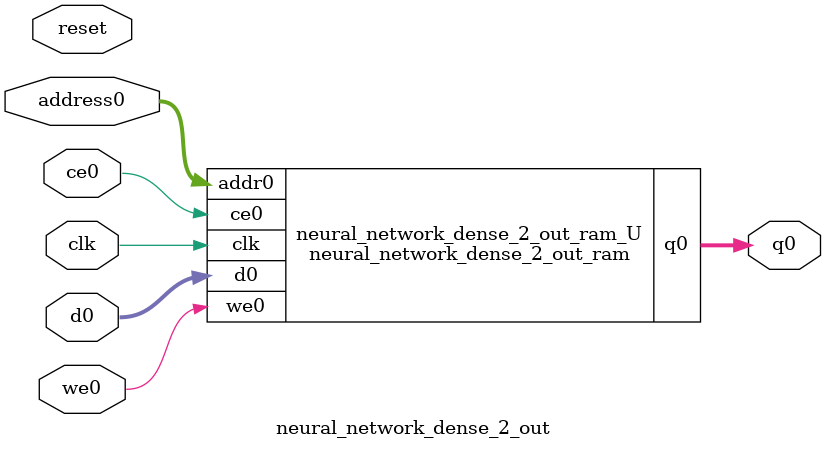
<source format=v>

`timescale 1 ns / 1 ps
module neural_network_dense_2_out_ram (addr0, ce0, d0, we0, q0,  clk);

parameter DWIDTH = 32;
parameter AWIDTH = 4;
parameter MEM_SIZE = 10;

input[AWIDTH-1:0] addr0;
input ce0;
input[DWIDTH-1:0] d0;
input we0;
output reg[DWIDTH-1:0] q0;
input clk;

(* ram_style = "distributed" *)reg [DWIDTH-1:0] ram[MEM_SIZE-1:0];




always @(posedge clk)  
begin 
    if (ce0) 
    begin
        if (we0) 
        begin 
            ram[addr0] <= d0; 
            q0 <= d0;
        end 
        else 
            q0 <= ram[addr0];
    end
end


endmodule


`timescale 1 ns / 1 ps
module neural_network_dense_2_out(
    reset,
    clk,
    address0,
    ce0,
    we0,
    d0,
    q0);

parameter DataWidth = 32'd32;
parameter AddressRange = 32'd10;
parameter AddressWidth = 32'd4;
input reset;
input clk;
input[AddressWidth - 1:0] address0;
input ce0;
input we0;
input[DataWidth - 1:0] d0;
output[DataWidth - 1:0] q0;




neural_network_dense_2_out_ram neural_network_dense_2_out_ram_U(
    .clk( clk ),
    .addr0( address0 ),
    .ce0( ce0 ),
    .d0( d0 ),
    .we0( we0 ),
    .q0( q0 ));

endmodule


</source>
